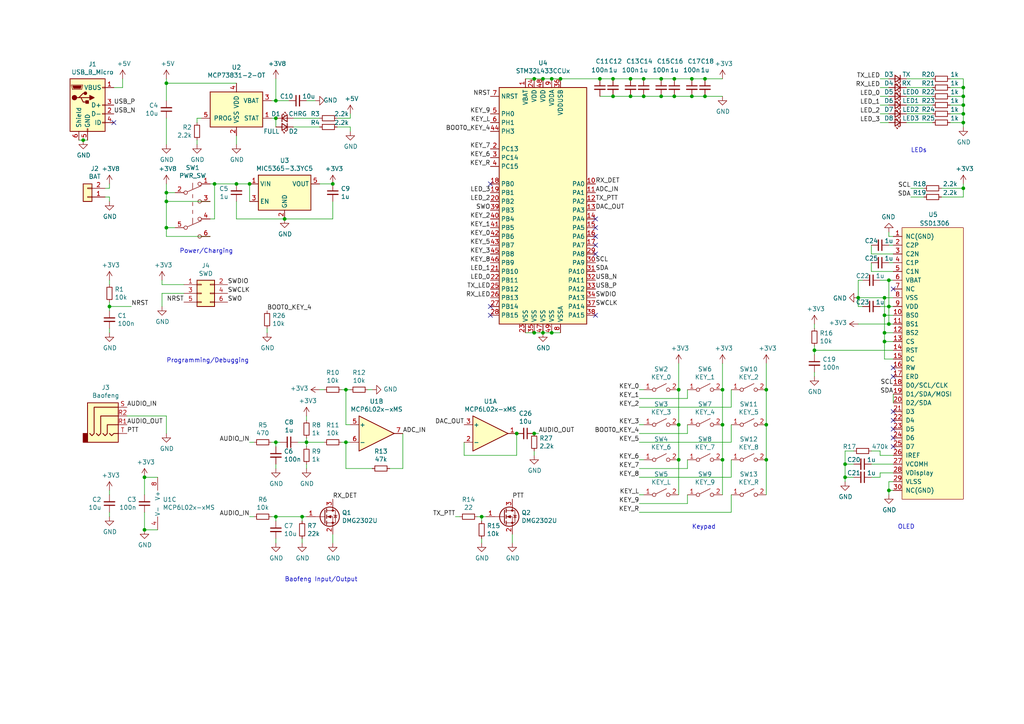
<source format=kicad_sch>
(kicad_sch (version 20230121) (generator eeschema)
  (paper "A4")
  (junction (at 257.81 81.28))
  (junction (at 177.8 27.94))
  (junction (at 173.99 22.86))
  (junction (at 279.4 35.56))
  (junction (at 209.55 133.35))
  (junction (at 256.54 91.44))
  (junction (at 191.77 22.86))
  (junction (at 160.02 96.52))
  (junction (at 222.25 133.35))
  (junction (at 149.86 125.73))
  (junction (at 279.4 27.94))
  (junction (at 257.81 93.98))
  (junction (at 279.4 25.4))
  (junction (at 191.77 27.94))
  (junction (at 196.85 123.19))
  (junction (at 139.7 149.86))
  (junction (at 186.69 22.86))
  (junction (at 154.94 22.86))
  (junction (at 236.22 101.6))
  (junction (at 245.11 134.62))
  (junction (at 279.4 33.02))
  (junction (at 222.25 123.19))
  (junction (at 279.4 54.61))
  (junction (at 80.01 149.86))
  (junction (at 257.81 88.9))
  (junction (at 256.54 99.06))
  (junction (at 204.47 27.94))
  (junction (at 177.8 22.86))
  (junction (at 80.01 29.21))
  (junction (at 279.4 30.48))
  (junction (at 82.55 63.5))
  (junction (at 80.01 34.29))
  (junction (at 100.33 113.03))
  (junction (at 257.81 142.24))
  (junction (at 48.26 24.13))
  (junction (at 100.33 128.27))
  (junction (at 200.66 27.94))
  (junction (at 196.85 113.03))
  (junction (at 72.39 53.34))
  (junction (at 245.11 138.43))
  (junction (at 88.9 128.27))
  (junction (at 154.94 96.52))
  (junction (at 162.56 22.86))
  (junction (at 182.88 27.94))
  (junction (at 157.48 22.86))
  (junction (at 68.58 53.34))
  (junction (at 182.88 22.86))
  (junction (at 209.55 123.19))
  (junction (at 204.47 22.86))
  (junction (at 62.23 53.34))
  (junction (at 256.54 96.52))
  (junction (at 209.55 113.03))
  (junction (at 80.01 128.27))
  (junction (at 24.13 40.64))
  (junction (at 96.52 53.34))
  (junction (at 195.58 22.86))
  (junction (at 157.48 96.52))
  (junction (at 248.92 86.36))
  (junction (at 195.58 27.94))
  (junction (at 87.63 149.86))
  (junction (at 31.75 88.9))
  (junction (at 48.26 66.04))
  (junction (at 222.25 113.03))
  (junction (at 48.26 55.88))
  (junction (at 41.91 153.67))
  (junction (at 196.85 133.35))
  (junction (at 41.91 138.43))
  (junction (at 160.02 22.86))
  (junction (at 154.94 125.73))
  (junction (at 256.54 86.36))
  (junction (at 200.66 22.86))
  (junction (at 186.69 27.94))
  (junction (at 48.26 58.42))
  (no_connect (at 259.08 106.68))
  (no_connect (at 142.24 53.34))
  (no_connect (at 259.08 129.54))
  (no_connect (at 172.72 71.12))
  (no_connect (at 259.08 109.22))
  (no_connect (at 172.72 91.44))
  (no_connect (at 259.08 121.92))
  (no_connect (at 259.08 119.38))
  (no_connect (at 172.72 63.5))
  (no_connect (at 259.08 127))
  (no_connect (at 172.72 68.58))
  (no_connect (at 33.02 35.56))
  (no_connect (at 259.08 83.82))
  (no_connect (at 259.08 124.46))
  (no_connect (at 142.24 91.44))
  (no_connect (at 142.24 88.9))
  (no_connect (at 172.72 73.66))
  (no_connect (at 172.72 66.04))
  (wire (pts (xy 38.1 88.9) (xy 31.75 88.9)))
  (wire (pts (xy 99.06 128.27) (xy 100.33 128.27)))
  (wire (pts (xy 78.74 34.29) (xy 80.01 34.29)))
  (wire (pts (xy 96.52 157.48) (xy 96.52 154.94)))
  (wire (pts (xy 31.75 143.51) (xy 31.75 142.24)))
  (wire (pts (xy 279.4 25.4) (xy 279.4 22.86)))
  (wire (pts (xy 259.08 81.28) (xy 257.81 81.28)))
  (wire (pts (xy 83.82 29.21) (xy 80.01 29.21)))
  (wire (pts (xy 259.08 114.3) (xy 259.08 116.84)))
  (wire (pts (xy 259.08 86.36) (xy 256.54 86.36)))
  (wire (pts (xy 100.33 128.27) (xy 101.6 128.27)))
  (wire (pts (xy 255.27 137.16) (xy 259.08 137.16)))
  (wire (pts (xy 31.75 82.55) (xy 31.75 81.28)))
  (wire (pts (xy 262.89 27.94) (xy 270.51 27.94)))
  (wire (pts (xy 212.09 118.11) (xy 212.09 113.03)))
  (wire (pts (xy 262.89 22.86) (xy 270.51 22.86)))
  (wire (pts (xy 116.84 135.89) (xy 116.84 125.73)))
  (wire (pts (xy 78.74 128.27) (xy 80.01 128.27)))
  (wire (pts (xy 72.39 149.86) (xy 73.66 149.86)))
  (wire (pts (xy 191.77 27.94) (xy 195.58 27.94)))
  (wire (pts (xy 222.25 133.35) (xy 222.25 143.51)))
  (wire (pts (xy 186.69 22.86) (xy 191.77 22.86)))
  (wire (pts (xy 154.94 96.52) (xy 157.48 96.52)))
  (wire (pts (xy 196.85 105.41) (xy 196.85 113.03)))
  (wire (pts (xy 68.58 24.13) (xy 48.26 24.13)))
  (wire (pts (xy 259.08 142.24) (xy 257.81 142.24)))
  (wire (pts (xy 185.42 118.11) (xy 212.09 118.11)))
  (wire (pts (xy 36.83 120.65) (xy 48.26 120.65)))
  (wire (pts (xy 196.85 133.35) (xy 196.85 143.51)))
  (wire (pts (xy 62.23 63.5) (xy 62.23 53.34)))
  (wire (pts (xy 30.48 54.61) (xy 31.75 54.61)))
  (wire (pts (xy 247.65 138.43) (xy 245.11 138.43)))
  (wire (pts (xy 257.81 139.7) (xy 259.08 139.7)))
  (wire (pts (xy 212.09 148.59) (xy 212.09 143.51)))
  (wire (pts (xy 162.56 22.86) (xy 173.99 22.86)))
  (wire (pts (xy 279.4 36.83) (xy 279.4 35.56)))
  (wire (pts (xy 60.96 63.5) (xy 62.23 63.5)))
  (wire (pts (xy 97.79 34.29) (xy 101.6 34.29)))
  (wire (pts (xy 255.27 33.02) (xy 257.81 33.02)))
  (wire (pts (xy 48.26 53.34) (xy 48.26 55.88)))
  (wire (pts (xy 275.59 30.48) (xy 279.4 30.48)))
  (wire (pts (xy 255.27 132.08) (xy 255.27 130.81)))
  (wire (pts (xy 257.81 88.9) (xy 257.81 93.98)))
  (wire (pts (xy 60.96 58.42) (xy 48.26 58.42)))
  (wire (pts (xy 209.55 123.19) (xy 209.55 133.35)))
  (wire (pts (xy 101.6 36.83) (xy 101.6 38.1)))
  (wire (pts (xy 222.25 113.03) (xy 222.25 123.19)))
  (wire (pts (xy 87.63 156.21) (xy 87.63 157.48)))
  (wire (pts (xy 154.94 22.86) (xy 157.48 22.86)))
  (wire (pts (xy 139.7 151.13) (xy 139.7 149.86)))
  (wire (pts (xy 48.26 22.86) (xy 48.26 24.13)))
  (wire (pts (xy 100.33 113.03) (xy 101.6 113.03)))
  (wire (pts (xy 182.88 27.94) (xy 186.69 27.94)))
  (wire (pts (xy 88.9 29.21) (xy 91.44 29.21)))
  (wire (pts (xy 173.99 22.86) (xy 177.8 22.86)))
  (wire (pts (xy 53.34 85.09) (xy 46.99 85.09)))
  (wire (pts (xy 248.92 93.98) (xy 257.81 93.98)))
  (wire (pts (xy 186.69 113.03) (xy 185.42 113.03)))
  (wire (pts (xy 270.51 30.48) (xy 262.89 30.48)))
  (wire (pts (xy 134.62 128.27) (xy 134.62 132.08)))
  (wire (pts (xy 101.6 123.19) (xy 100.33 123.19)))
  (wire (pts (xy 31.75 90.17) (xy 31.75 88.9)))
  (wire (pts (xy 68.58 63.5) (xy 82.55 63.5)))
  (wire (pts (xy 185.42 143.51) (xy 186.69 143.51)))
  (wire (pts (xy 88.9 128.27) (xy 88.9 129.54)))
  (wire (pts (xy 248.92 86.36) (xy 248.92 88.9)))
  (wire (pts (xy 222.25 105.41) (xy 222.25 113.03)))
  (wire (pts (xy 279.4 22.86) (xy 275.59 22.86)))
  (wire (pts (xy 196.85 123.19) (xy 196.85 133.35)))
  (wire (pts (xy 252.73 78.74) (xy 259.08 78.74)))
  (wire (pts (xy 101.6 34.29) (xy 101.6 33.02)))
  (wire (pts (xy 255.27 130.81) (xy 252.73 130.81)))
  (wire (pts (xy 57.15 34.29) (xy 58.42 34.29)))
  (wire (pts (xy 177.8 22.86) (xy 182.88 22.86)))
  (wire (pts (xy 185.42 133.35) (xy 186.69 133.35)))
  (wire (pts (xy 252.73 138.43) (xy 255.27 138.43)))
  (wire (pts (xy 185.42 146.05) (xy 199.39 146.05)))
  (wire (pts (xy 262.89 33.02) (xy 270.51 33.02)))
  (wire (pts (xy 157.48 22.86) (xy 160.02 22.86)))
  (wire (pts (xy 256.54 96.52) (xy 259.08 96.52)))
  (wire (pts (xy 157.48 96.52) (xy 160.02 96.52)))
  (wire (pts (xy 87.63 151.13) (xy 87.63 149.86)))
  (wire (pts (xy 96.52 53.34) (xy 92.71 53.34)))
  (wire (pts (xy 139.7 149.86) (xy 140.97 149.86)))
  (wire (pts (xy 50.8 55.88) (xy 48.26 55.88)))
  (wire (pts (xy 45.72 153.67) (xy 41.91 153.67)))
  (wire (pts (xy 195.58 22.86) (xy 200.66 22.86)))
  (wire (pts (xy 255.27 22.86) (xy 257.81 22.86)))
  (wire (pts (xy 31.75 54.61) (xy 31.75 53.34)))
  (wire (pts (xy 256.54 86.36) (xy 256.54 91.44)))
  (wire (pts (xy 279.4 30.48) (xy 279.4 27.94)))
  (wire (pts (xy 100.33 128.27) (xy 100.33 135.89)))
  (wire (pts (xy 252.73 73.66) (xy 259.08 73.66)))
  (wire (pts (xy 185.42 138.43) (xy 212.09 138.43)))
  (wire (pts (xy 257.81 68.58) (xy 259.08 68.58)))
  (wire (pts (xy 255.27 138.43) (xy 255.27 137.16)))
  (wire (pts (xy 68.58 39.37) (xy 68.58 41.91)))
  (wire (pts (xy 30.48 57.15) (xy 31.75 57.15)))
  (wire (pts (xy 113.03 135.89) (xy 116.84 135.89)))
  (wire (pts (xy 48.26 58.42) (xy 48.26 66.04)))
  (wire (pts (xy 257.81 88.9) (xy 255.27 88.9)))
  (wire (pts (xy 99.06 113.03) (xy 100.33 113.03)))
  (wire (pts (xy 72.39 58.42) (xy 72.39 53.34)))
  (wire (pts (xy 80.01 135.89) (xy 80.01 134.62)))
  (wire (pts (xy 160.02 96.52) (xy 162.56 96.52)))
  (wire (pts (xy 182.88 22.86) (xy 186.69 22.86)))
  (wire (pts (xy 279.4 54.61) (xy 279.4 53.34)))
  (wire (pts (xy 152.4 22.86) (xy 154.94 22.86)))
  (wire (pts (xy 199.39 115.57) (xy 199.39 113.03)))
  (wire (pts (xy 212.09 138.43) (xy 212.09 133.35)))
  (wire (pts (xy 199.39 135.89) (xy 199.39 133.35)))
  (wire (pts (xy 80.01 151.13) (xy 80.01 149.86)))
  (wire (pts (xy 275.59 25.4) (xy 279.4 25.4)))
  (wire (pts (xy 257.81 71.12) (xy 259.08 71.12)))
  (wire (pts (xy 96.52 63.5) (xy 96.52 58.42)))
  (wire (pts (xy 100.33 135.89) (xy 107.95 135.89)))
  (wire (pts (xy 245.11 134.62) (xy 245.11 130.81)))
  (wire (pts (xy 252.73 71.12) (xy 252.73 73.66)))
  (wire (pts (xy 80.01 156.21) (xy 80.01 157.48)))
  (wire (pts (xy 148.59 154.94) (xy 148.59 157.48)))
  (wire (pts (xy 85.09 36.83) (xy 92.71 36.83)))
  (wire (pts (xy 279.4 33.02) (xy 279.4 30.48)))
  (wire (pts (xy 200.66 27.94) (xy 204.47 27.94)))
  (wire (pts (xy 245.11 139.7) (xy 245.11 138.43)))
  (wire (pts (xy 57.15 40.64) (xy 57.15 41.91)))
  (wire (pts (xy 209.55 113.03) (xy 209.55 123.19)))
  (wire (pts (xy 31.75 88.9) (xy 31.75 87.63)))
  (wire (pts (xy 68.58 58.42) (xy 68.58 63.5)))
  (wire (pts (xy 257.81 93.98) (xy 259.08 93.98)))
  (wire (pts (xy 255.27 27.94) (xy 257.81 27.94)))
  (wire (pts (xy 236.22 100.33) (xy 236.22 101.6)))
  (wire (pts (xy 48.26 66.04) (xy 48.26 68.58)))
  (wire (pts (xy 31.75 57.15) (xy 31.75 58.42)))
  (wire (pts (xy 156.21 125.73) (xy 154.94 125.73)))
  (wire (pts (xy 259.08 91.44) (xy 256.54 91.44)))
  (wire (pts (xy 185.42 125.73) (xy 199.39 125.73)))
  (wire (pts (xy 275.59 33.02) (xy 279.4 33.02)))
  (wire (pts (xy 48.26 24.13) (xy 48.26 29.21)))
  (wire (pts (xy 80.01 22.86) (xy 80.01 29.21)))
  (wire (pts (xy 279.4 57.15) (xy 279.4 54.61)))
  (wire (pts (xy 247.65 134.62) (xy 245.11 134.62)))
  (wire (pts (xy 257.81 143.51) (xy 257.81 142.24)))
  (wire (pts (xy 199.39 146.05) (xy 199.39 143.51)))
  (wire (pts (xy 48.26 68.58) (xy 60.96 68.58)))
  (wire (pts (xy 259.08 88.9) (xy 257.81 88.9)))
  (wire (pts (xy 46.99 85.09) (xy 46.99 88.9)))
  (wire (pts (xy 60.96 53.34) (xy 62.23 53.34)))
  (wire (pts (xy 196.85 113.03) (xy 196.85 123.19)))
  (wire (pts (xy 200.66 22.86) (xy 204.47 22.86)))
  (wire (pts (xy 80.01 34.29) (xy 80.01 36.83)))
  (wire (pts (xy 149.86 132.08) (xy 149.86 125.73)))
  (wire (pts (xy 256.54 99.06) (xy 259.08 99.06)))
  (wire (pts (xy 257.81 30.48) (xy 255.27 30.48)))
  (wire (pts (xy 185.42 135.89) (xy 199.39 135.89)))
  (wire (pts (xy 22.86 40.64) (xy 24.13 40.64)))
  (wire (pts (xy 256.54 104.14) (xy 259.08 104.14)))
  (wire (pts (xy 31.75 95.25) (xy 31.75 96.52)))
  (wire (pts (xy 256.54 91.44) (xy 256.54 96.52)))
  (wire (pts (xy 264.16 57.15) (xy 267.97 57.15)))
  (wire (pts (xy 275.59 27.94) (xy 279.4 27.94)))
  (wire (pts (xy 252.73 76.2) (xy 252.73 78.74)))
  (wire (pts (xy 222.25 123.19) (xy 222.25 133.35)))
  (wire (pts (xy 257.81 35.56) (xy 255.27 35.56)))
  (wire (pts (xy 252.73 134.62) (xy 259.08 134.62)))
  (wire (pts (xy 177.8 27.94) (xy 182.88 27.94)))
  (wire (pts (xy 248.92 88.9) (xy 250.19 88.9)))
  (wire (pts (xy 257.81 81.28) (xy 255.27 81.28)))
  (wire (pts (xy 80.01 129.54) (xy 80.01 128.27)))
  (wire (pts (xy 31.75 148.59) (xy 31.75 149.86)))
  (wire (pts (xy 273.05 54.61) (xy 279.4 54.61)))
  (wire (pts (xy 264.16 54.61) (xy 267.97 54.61)))
  (wire (pts (xy 62.23 53.34) (xy 68.58 53.34)))
  (wire (pts (xy 257.81 76.2) (xy 259.08 76.2)))
  (wire (pts (xy 100.33 123.19) (xy 100.33 113.03)))
  (wire (pts (xy 85.09 34.29) (xy 92.71 34.29)))
  (wire (pts (xy 257.81 81.28) (xy 257.81 88.9)))
  (wire (pts (xy 250.19 81.28) (xy 248.92 81.28)))
  (wire (pts (xy 93.98 128.27) (xy 88.9 128.27)))
  (wire (pts (xy 256.54 99.06) (xy 256.54 104.14)))
  (wire (pts (xy 185.42 115.57) (xy 199.39 115.57)))
  (wire (pts (xy 97.79 36.83) (xy 101.6 36.83)))
  (wire (pts (xy 209.55 22.86) (xy 204.47 22.86)))
  (wire (pts (xy 209.55 133.35) (xy 209.55 143.51)))
  (wire (pts (xy 92.71 113.03) (xy 93.98 113.03)))
  (wire (pts (xy 275.59 35.56) (xy 279.4 35.56)))
  (wire (pts (xy 185.42 123.19) (xy 186.69 123.19)))
  (wire (pts (xy 82.55 63.5) (xy 96.52 63.5)))
  (wire (pts (xy 236.22 101.6) (xy 236.22 102.87)))
  (wire (pts (xy 134.62 132.08) (xy 149.86 132.08)))
  (wire (pts (xy 46.99 82.55) (xy 53.34 82.55)))
  (wire (pts (xy 48.26 120.65) (xy 48.26 125.73)))
  (wire (pts (xy 259.08 101.6) (xy 236.22 101.6)))
  (wire (pts (xy 270.51 35.56) (xy 262.89 35.56)))
  (wire (pts (xy 186.69 27.94) (xy 191.77 27.94)))
  (wire (pts (xy 236.22 95.25) (xy 236.22 93.98)))
  (wire (pts (xy 195.58 27.94) (xy 200.66 27.94)))
  (wire (pts (xy 185.42 148.59) (xy 212.09 148.59)))
  (wire (pts (xy 68.58 53.34) (xy 72.39 53.34)))
  (wire (pts (xy 245.11 130.81) (xy 247.65 130.81)))
  (wire (pts (xy 209.55 105.41) (xy 209.55 113.03)))
  (wire (pts (xy 279.4 35.56) (xy 279.4 33.02)))
  (wire (pts (xy 257.81 67.31) (xy 257.81 68.58)))
  (wire (pts (xy 270.51 25.4) (xy 262.89 25.4)))
  (wire (pts (xy 173.99 27.94) (xy 177.8 27.94)))
  (wire (pts (xy 80.01 149.86) (xy 87.63 149.86)))
  (wire (pts (xy 80.01 29.21) (xy 78.74 29.21)))
  (wire (pts (xy 236.22 107.95) (xy 236.22 109.22)))
  (wire (pts (xy 273.05 57.15) (xy 279.4 57.15)))
  (wire (pts (xy 256.54 96.52) (xy 256.54 99.06)))
  (wire (pts (xy 106.68 113.03) (xy 107.95 113.03)))
  (wire (pts (xy 87.63 149.86) (xy 88.9 149.86)))
  (wire (pts (xy 152.4 96.52) (xy 154.94 96.52)))
  (wire (pts (xy 154.94 132.08) (xy 154.94 130.81)))
  (wire (pts (xy 48.26 34.29) (xy 48.26 41.91)))
  (wire (pts (xy 248.92 81.28) (xy 248.92 86.36)))
  (wire (pts (xy 88.9 134.62) (xy 88.9 135.89)))
  (wire (pts (xy 185.42 128.27) (xy 212.09 128.27)))
  (wire (pts (xy 88.9 128.27) (xy 88.9 127)))
  (wire (pts (xy 257.81 25.4) (xy 255.27 25.4)))
  (wire (pts (xy 279.4 27.94) (xy 279.4 25.4)))
  (wire (pts (xy 41.91 148.59) (xy 41.91 153.67)))
  (wire (pts (xy 86.36 128.27) (xy 88.9 128.27)))
  (wire (pts (xy 72.39 128.27) (xy 73.66 128.27)))
  (wire (pts (xy 33.02 25.4) (xy 35.56 25.4)))
  (wire (pts (xy 257.81 142.24) (xy 257.81 139.7)))
  (wire (pts (xy 77.47 96.52) (xy 77.47 95.25)))
  (wire (pts (xy 204.47 27.94) (xy 209.55 27.94)))
  (wire (pts (xy 191.77 22.86) (xy 195.58 22.86)))
  (wire (pts (xy 259.08 132.08) (xy 255.27 132.08)))
  (wire (pts (xy 138.43 149.86) (xy 139.7 149.86)))
  (wire (pts (xy 48.26 55.88) (xy 48.26 58.42)))
  (wire (pts (xy 80.01 128.27) (xy 81.28 128.27)))
  (wire (pts (xy 57.15 35.56) (xy 57.15 34.29)))
  (wire (pts (xy 245.11 138.43) (xy 245.11 134.62)))
  (wire (pts (xy 199.39 125.73) (xy 199.39 123.19)))
  (wire (pts (xy 132.08 149.86) (xy 133.35 149.86)))
  (wire (pts (xy 88.9 121.92) (xy 88.9 120.65)))
  (wire (pts (xy 41.91 138.43) (xy 41.91 143.51)))
  (wire (pts (xy 46.99 81.28) (xy 46.99 82.55)))
  (wire (pts (xy 24.13 40.64) (xy 25.4 40.64)))
  (wire (pts (xy 160.02 22.86) (xy 162.56 22.86)))
  (wire (pts (xy 50.8 66.04) (xy 48.26 66.04)))
  (wire (pts (xy 35.56 25.4) (xy 35.56 22.86)))
  (wire (pts (xy 212.09 128.27) (xy 212.09 123.19)))
  (wire (pts (xy 139.7 156.21) (xy 139.7 157.48)))
  (wire (pts (xy 256.54 86.36) (xy 248.92 86.36)))
  (wire (pts (xy 78.74 149.86) (xy 80.01 149.86)))
  (wire (pts (xy 45.72 138.43) (xy 41.91 138.43)))
  (text "LEDs" (at 264.16 44.45 0) (effects (font (size 1.27 1.27)) (justify left bottom)))
  (text "OLED" (at 260.35 153.67 0) (effects (font (size 1.27 1.27)) (justify left bottom)))
  (text "Baofeng Input/Output\n" (at 82.55 168.91 0) (effects (font (size 1.27 1.27)) (justify left bottom)))
  (text "Power/Charging" (at 52.07 73.66 0) (effects (font (size 1.27 1.27)) (justify left bottom)))
  (text "Keypad" (at 200.66 153.67 0) (effects (font (size 1.27 1.27)) (justify left bottom)))
  (text "Programming/Debugging" (at 48.26 105.41 0) (effects (font (size 1.27 1.27)) (justify left bottom)))
  (label "KEY_9" (at 185.42 146.05 180))
  (label "LED_1" (at 142.24 78.74 180))
  (label "RX_DET" (at 96.52 144.78 0))
  (label "SWDIO" (at 172.72 86.36 0))
  (label "KEY_1" (at 185.42 115.57 180))
  (label "SCL" (at 172.72 76.2 0))
  (label "KEY_9" (at 142.24 33.02 180))
  (label "RX_DET" (at 172.72 53.34 0))
  (label "KEY_5" (at 142.24 71.12 180))
  (label "LED_2" (at 255.27 33.02 180))
  (label "NRST" (at 53.34 87.63 180))
  (label "KEY_6" (at 185.42 133.35 180))
  (label "SWCLK" (at 66.04 85.09 0))
  (label "NRST" (at 38.1 88.9 0))
  (label "SWO" (at 66.04 87.63 0))
  (label "KEY_R" (at 185.42 148.59 180))
  (label "TX_PTT" (at 172.72 58.42 0))
  (label "KEY_0" (at 142.24 68.58 180))
  (label "AUDIO_OUT" (at 156.21 125.73 0))
  (label "KEY_7" (at 185.42 135.89 180))
  (label "KEY_1" (at 142.24 66.04 180))
  (label "KEY_3" (at 185.42 123.19 180))
  (label "TX_LED" (at 255.27 22.86 180))
  (label "TX_LED" (at 142.24 83.82 180))
  (label "USB_P" (at 33.02 30.48 0))
  (label "TX_PTT" (at 132.08 149.86 180))
  (label "ADC_IN" (at 172.72 55.88 0))
  (label "LED_0" (at 255.27 27.94 180))
  (label "LED_3" (at 142.24 55.88 180))
  (label "SDA" (at 259.08 114.3 180))
  (label "BOOT0_KEY_4" (at 142.24 38.1 180))
  (label "USB_N" (at 33.02 33.02 0))
  (label "KEY_R" (at 142.24 48.26 180))
  (label "PTT" (at 36.83 125.73 0))
  (label "LED_0" (at 142.24 81.28 180))
  (label "SDA" (at 264.16 57.15 180))
  (label "LED_2" (at 142.24 58.42 180))
  (label "SWDIO" (at 66.04 82.55 0))
  (label "KEY_L" (at 142.24 35.56 180))
  (label "NRST" (at 142.24 27.94 180))
  (label "KEY_2" (at 185.42 118.11 180))
  (label "PTT" (at 148.59 144.78 0))
  (label "SDA" (at 172.72 78.74 0))
  (label "BOOT0_KEY_4" (at 185.42 125.73 180))
  (label "KEY_3" (at 142.24 73.66 180))
  (label "SCL" (at 264.16 54.61 180))
  (label "KEY_8" (at 142.24 76.2 180))
  (label "KEY_0" (at 185.42 113.03 180))
  (label "AUDIO_OUT" (at 36.83 123.19 0))
  (label "BOOT0_KEY_4" (at 77.47 90.17 0))
  (label "KEY_8" (at 185.42 138.43 180))
  (label "KEY_5" (at 185.42 128.27 180))
  (label "KEY_2" (at 142.24 63.5 180))
  (label "DAC_OUT" (at 134.62 123.19 180))
  (label "SWCLK" (at 172.72 88.9 0))
  (label "AUDIO_IN" (at 72.39 149.86 180))
  (label "LED_1" (at 255.27 30.48 180))
  (label "USB_P" (at 172.72 83.82 0))
  (label "SWO" (at 142.24 60.96 180))
  (label "KEY_6" (at 142.24 45.72 180))
  (label "USB_N" (at 172.72 81.28 0))
  (label "AUDIO_IN" (at 36.83 118.11 0))
  (label "KEY_7" (at 142.24 43.18 180))
  (label "ADC_IN" (at 116.84 125.73 0))
  (label "RX_LED" (at 142.24 86.36 180))
  (label "LED_3" (at 255.27 35.56 180))
  (label "AUDIO_IN" (at 72.39 128.27 180))
  (label "KEY_L" (at 185.42 143.51 180))
  (label "SCL" (at 259.08 111.76 180))
  (label "RX_LED" (at 255.27 25.4 180))
  (label "DAC_OUT" (at 172.72 60.96 0))
  (symbol (lib_id "MCU_ST_STM32L4:STM32L433CCUx") (at 157.48 58.42 0) (unit 1)
    (property "Reference" "U4" (at 157.48 18.2626 0))
    (property "Value" "STM32L433CCUx" (at 157.48 20.574 0))
    (property "Footprint" "Package_DFN_QFN:QFN-48-1EP_7x7mm_P0.5mm_EP5.6x5.6mm" (effects hide))
    (property "Datasheet" "http://www.st.com/st-web-ui/static/active/en/resource/technical/document/datasheet/DM00257192.pdf" (effects hide))
  )
  (symbol (lib_id "Connector_Generic:Conn_01x02") (at 25.4 57.15 180) (unit 1)
    (property "Reference" "J2" (at 27.4828 48.895 0))
    (property "Value" "BAT" (at 27.4828 51.2064 0))
    (property "Footprint" "Connector_PinHeader_1.27mm:PinHeader_1x02_P1.27mm_Vertical" (effects hide))
  )
  (symbol (lib_id "Connector:USB_B_Micro") (at 25.4 30.48 0) (unit 1)
    (property "Reference" "J1" (at 26.8478 18.6182 0))
    (property "Value" "USB_B_Micro" (at 26.8478 20.9296 0))
    (property "Footprint" "LCSC:U254-051N-4BH83-F1B" (effects hide))
  )
  (symbol (lib_id "power:GND") (at 24.13 40.64 0) (unit 1)
    (property "Reference" "#PWR0101" (effects hide))
    (property "Value" "GND" (at 24.257 45.0342 0))
  )
  (symbol (lib_id "power:+5V") (at 35.56 22.86 0) (unit 1)
    (property "Reference" "#PWR0102" (effects hide))
    (property "Value" "+5V" (at 35.941 18.4658 0))
  )
  (symbol (lib_id "power:+3V8") (at 31.75 53.34 0) (unit 1)
    (property "Reference" "#PWR0103" (effects hide))
    (property "Value" "+3V8" (at 32.131 48.9458 0))
  )
  (symbol (lib_id "power:GND") (at 31.75 58.42 0) (unit 1)
    (property "Reference" "#PWR0104" (effects hide))
    (property "Value" "GND" (at 31.877 62.8142 0))
  )
  (symbol (lib_id "Regulator_Linear:MIC5365-3.3YC5") (at 82.55 55.88 0) (unit 1)
    (property "Reference" "U3" (at 82.55 46.5582 0))
    (property "Value" "MIC5365-3.3YC5" (at 82.55 48.8696 0))
    (property "Footprint" "Package_TO_SOT_SMD:SOT-353_SC-70-5" (effects hide))
    (property "Datasheet" "http://ww1.microchip.com/downloads/en/DeviceDoc/mic5365.pdf" (effects hide))
  )
  (symbol (lib_id "Switch:SW_Push_DPDT") (at 55.88 60.96 0) (unit 1)
    (property "Reference" "SW1" (at 55.88 48.641 0))
    (property "Value" "PWR_SW" (at 55.88 50.9524 0))
    (property "Footprint" "C&K:JS202011JAQN" (effects hide))
  )
  (symbol (lib_id "Device:C_Small") (at 96.52 55.88 0) (unit 1)
    (property "Reference" "C9" (at 98.8568 54.7116 0) (effects (justify left)))
    (property "Value" "1u" (at 98.8568 57.023 0) (effects (justify left)))
    (property "Footprint" "Capacitor_SMD:C_0603_1608Metric" (effects hide))
  )
  (symbol (lib_id "Device:C_Small") (at 68.58 55.88 0) (mirror x) (unit 1)
    (property "Reference" "C5" (at 66.2686 54.7116 0) (effects (justify right)))
    (property "Value" "1u" (at 66.2686 57.023 0) (effects (justify right)))
    (property "Footprint" "Capacitor_SMD:C_0603_1608Metric" (effects hide))
  )
  (symbol (lib_id "power:+3V8") (at 48.26 53.34 0) (unit 1)
    (property "Reference" "#PWR0105" (effects hide))
    (property "Value" "+3V8" (at 48.641 48.9458 0))
  )
  (symbol (lib_id "power:+3V3") (at 96.52 53.34 0) (unit 1)
    (property "Reference" "#PWR0106" (effects hide))
    (property "Value" "+3V3" (at 96.901 48.9458 0))
  )
  (symbol (lib_id "power:GND") (at 82.55 63.5 0) (unit 1)
    (property "Reference" "#PWR0107" (effects hide))
    (property "Value" "GND" (at 82.677 67.8942 0))
  )
  (symbol (lib_id "Battery_Management:MCP73831-2-OT") (at 68.58 31.75 0) (unit 1)
    (property "Reference" "U2" (at 68.58 19.5326 0))
    (property "Value" "MCP73831-2-OT" (at 68.58 21.844 0))
    (property "Footprint" "Package_TO_SOT_SMD:SOT-23-5" (effects hide))
    (property "Datasheet" "http://ww1.microchip.com/downloads/en/DeviceDoc/20001984g.pdf" (effects hide))
  )
  (symbol (lib_id "Device:C_Small") (at 48.26 31.75 0) (mirror x) (unit 1)
    (property "Reference" "C4" (at 45.9232 30.5816 0) (effects (justify right)))
    (property "Value" "10u" (at 45.9232 32.893 0) (effects (justify right)))
    (property "Footprint" "Capacitor_SMD:C_0603_1608Metric" (effects hide))
  )
  (symbol (lib_id "Device:C_Small") (at 86.36 29.21 90) (unit 1)
    (property "Reference" "C10" (at 85.09 27.94 90) (effects (justify left)))
    (property "Value" "10u" (at 91.44 27.94 90) (effects (justify left)))
    (property "Footprint" "Capacitor_SMD:C_0603_1608Metric" (effects hide))
  )
  (symbol (lib_id "Device:LED_Small") (at 82.55 34.29 0) (unit 1)
    (property "Reference" "D1" (at 80.01 33.02 0))
    (property "Value" "CHRG" (at 86.36 33.02 0))
    (property "Footprint" "LED_SMD:LED_0603_1608Metric" (effects hide))
  )
  (symbol (lib_id "Device:R_Small") (at 95.25 34.29 270) (unit 1)
    (property "Reference" "R3" (at 91.44 33.02 90))
    (property "Value" "2.2k" (at 99.06 33.02 90))
    (property "Footprint" "Resistor_SMD:R_0603_1608Metric" (effects hide))
  )
  (symbol (lib_id "Device:R_Small") (at 95.25 36.83 270) (unit 1)
    (property "Reference" "R4" (at 91.44 35.56 90))
    (property "Value" "2.2k" (at 99.06 35.56 90))
    (property "Footprint" "Resistor_SMD:R_0603_1608Metric" (effects hide))
  )
  (symbol (lib_id "Device:LED_Small") (at 82.55 36.83 180) (unit 1)
    (property "Reference" "D2" (at 85.09 38.1 0))
    (property "Value" "FULL" (at 78.74 38.1 0))
    (property "Footprint" "LED_SMD:LED_0603_1608Metric" (effects hide))
  )
  (symbol (lib_id "Device:C_Small") (at 152.4 125.73 270) (unit 1)
    (property "Reference" "C26" (at 152.4 119.9134 90))
    (property "Value" "10u" (at 152.4 122.2248 90))
    (property "Footprint" "Capacitor_SMD:C_0603_1608Metric" (effects hide))
  )
  (symbol (lib_id "Device:R_Small") (at 57.15 38.1 0) (mirror y) (unit 1)
    (property "Reference" "R2" (at 55.6514 36.9316 0) (effects (justify left)))
    (property "Value" "2.2k" (at 55.6514 39.243 0) (effects (justify left)))
    (property "Footprint" "Resistor_SMD:R_0603_1608Metric" (effects hide))
  )
  (symbol (lib_id "Device:R_Small") (at 154.94 128.27 0) (unit 1)
    (property "Reference" "R27" (at 156.4386 127.1016 0) (effects (justify left)))
    (property "Value" "2.2k" (at 156.4386 129.413 0) (effects (justify left)))
    (property "Footprint" "Resistor_SMD:R_0603_1608Metric" (effects hide))
  )
  (symbol (lib_id "power:+3V8") (at 80.01 22.86 0) (unit 1)
    (property "Reference" "#PWR0108" (effects hide))
    (property "Value" "+3V8" (at 80.391 18.4658 0))
  )
  (symbol (lib_id "power:+5V") (at 48.26 22.86 0) (unit 1)
    (property "Reference" "#PWR0109" (effects hide))
    (property "Value" "+5V" (at 48.641 18.4658 0))
  )
  (symbol (lib_id "power:+5V") (at 101.6 33.02 0) (unit 1)
    (property "Reference" "#PWR0111" (effects hide))
    (property "Value" "+5V" (at 101.981 28.6258 0))
  )
  (symbol (lib_id "power:GND") (at 57.15 41.91 0) (unit 1)
    (property "Reference" "#PWR0112" (effects hide))
    (property "Value" "GND" (at 57.277 46.3042 0))
  )
  (symbol (lib_id "power:GND") (at 101.6 38.1 0) (unit 1)
    (property "Reference" "#PWR0113" (effects hide))
    (property "Value" "GND" (at 101.727 42.4942 0))
  )
  (symbol (lib_id "power:GND") (at 154.94 132.08 0) (unit 1)
    (property "Reference" "#PWR02" (effects hide))
    (property "Value" "GND" (at 155.067 136.4742 0))
  )
  (symbol (lib_id "Device:C_Small") (at 173.99 25.4 0) (unit 1)
    (property "Reference" "C11" (at 172.72 17.78 0) (effects (justify left)))
    (property "Value" "100n" (at 171.45 20.32 0) (effects (justify left)))
    (property "Footprint" "Capacitor_SMD:C_0603_1608Metric" (effects hide))
  )
  (symbol (lib_id "Device:C_Small") (at 177.8 25.4 0) (unit 1)
    (property "Reference" "C12" (at 176.53 17.78 0) (effects (justify left)))
    (property "Value" "1u" (at 176.53 20.32 0) (effects (justify left)))
    (property "Footprint" "Capacitor_SMD:C_0603_1608Metric" (effects hide))
  )
  (symbol (lib_id "Device:C_Small") (at 182.88 25.4 0) (unit 1)
    (property "Reference" "C13" (at 181.61 17.78 0) (effects (justify left)))
    (property "Value" "100n" (at 180.34 20.32 0) (effects (justify left)))
    (property "Footprint" "Capacitor_SMD:C_0603_1608Metric" (effects hide))
  )
  (symbol (lib_id "Device:C_Small") (at 186.69 25.4 0) (unit 1)
    (property "Reference" "C14" (at 185.42 17.78 0) (effects (justify left)))
    (property "Value" "1u" (at 185.42 20.32 0) (effects (justify left)))
    (property "Footprint" "Capacitor_SMD:C_0603_1608Metric" (effects hide))
  )
  (symbol (lib_id "Device:C_Small") (at 191.77 25.4 0) (unit 1)
    (property "Reference" "C15" (at 190.5 17.78 0) (effects (justify left)))
    (property "Value" "100n" (at 189.23 20.32 0) (effects (justify left)))
    (property "Footprint" "Capacitor_SMD:C_0603_1608Metric" (effects hide))
  )
  (symbol (lib_id "Device:C_Small") (at 195.58 25.4 0) (unit 1)
    (property "Reference" "C16" (at 194.31 17.78 0) (effects (justify left)))
    (property "Value" "1u" (at 194.31 20.32 0) (effects (justify left)))
    (property "Footprint" "Capacitor_SMD:C_0603_1608Metric" (effects hide))
  )
  (symbol (lib_id "Device:C_Small") (at 200.66 25.4 0) (unit 1)
    (property "Reference" "C17" (at 199.39 17.78 0) (effects (justify left)))
    (property "Value" "100n" (at 198.12 20.32 0) (effects (justify left)))
    (property "Footprint" "Capacitor_SMD:C_0603_1608Metric" (effects hide))
  )
  (symbol (lib_id "Device:C_Small") (at 204.47 25.4 0) (unit 1)
    (property "Reference" "C18" (at 203.2 17.78 0) (effects (justify left)))
    (property "Value" "1u" (at 203.2 20.32 0) (effects (justify left)))
    (property "Footprint" "Capacitor_SMD:C_0603_1608Metric" (effects hide))
  )
  (symbol (lib_id "power:+3V3") (at 209.55 22.86 0) (unit 1)
    (property "Reference" "#PWR0114" (effects hide))
    (property "Value" "+3V3" (at 209.931 18.4658 0))
  )
  (symbol (lib_id "power:GND") (at 209.55 27.94 0) (unit 1)
    (property "Reference" "#PWR0115" (effects hide))
    (property "Value" "GND" (at 209.677 32.3342 0))
  )
  (symbol (lib_id "power:GND") (at 157.48 96.52 0) (unit 1)
    (property "Reference" "#PWR0116" (effects hide))
    (property "Value" "GND" (at 157.607 100.9142 0))
  )
  (symbol (lib_id "Device:R_Small") (at 31.75 85.09 0) (unit 1)
    (property "Reference" "R1" (at 33.2486 83.9216 0) (effects (justify left)))
    (property "Value" "10k" (at 33.2486 86.233 0) (effects (justify left)))
    (property "Footprint" "Resistor_SMD:R_0603_1608Metric" (effects hide))
  )
  (symbol (lib_id "Device:C_Small") (at 31.75 92.71 0) (unit 1)
    (property "Reference" "C1" (at 34.0868 91.5416 0) (effects (justify left)))
    (property "Value" "100n" (at 34.0868 93.853 0) (effects (justify left)))
    (property "Footprint" "Capacitor_SMD:C_0603_1608Metric" (effects hide))
  )
  (symbol (lib_id "power:+3V3") (at 31.75 81.28 0) (unit 1)
    (property "Reference" "#PWR0135" (effects hide))
    (property "Value" "+3V3" (at 32.131 76.8858 0))
  )
  (symbol (lib_id "power:GND") (at 31.75 96.52 0) (unit 1)
    (property "Reference" "#PWR0134" (effects hide))
    (property "Value" "GND" (at 31.877 100.9142 0))
  )
  (symbol (lib_id "Connector_Generic:Conn_02x03_Odd_Even") (at 58.42 85.09 0) (unit 1)
    (property "Reference" "J4" (at 59.69 77.0382 0))
    (property "Value" "SWD" (at 59.69 79.3496 0))
    (property "Footprint" "Connector:Tag-Connect_TC2030-IDC-NL_2x03_P1.27mm_Vertical" (effects hide))
  )
  (symbol (lib_id "power:+3V3") (at 46.99 81.28 0) (unit 1)
    (property "Reference" "#PWR0133" (effects hide))
    (property "Value" "+3V3" (at 47.371 76.8858 0))
  )
  (symbol (lib_id "power:GND") (at 46.99 88.9 0) (unit 1)
    (property "Reference" "#PWR0132" (effects hide))
    (property "Value" "GND" (at 47.117 93.2942 0))
  )
  (symbol (lib_id "Connector:AudioJack4") (at 31.75 120.65 0) (unit 1)
    (property "Reference" "J3" (at 30.6578 112.395 0))
    (property "Value" "Baofeng" (at 30.6578 114.7064 0))
    (property "Footprint" "Connector_Audio:Jack_3.5mm_PJ320D_Horizontal" (effects hide))
  )
  (symbol (lib_id "power:GND") (at 48.26 125.73 0) (unit 1)
    (property "Reference" "#PWR0117" (effects hide))
    (property "Value" "GND" (at 48.387 130.1242 0))
  )
  (symbol (lib_id "Device:C_Small") (at 31.75 146.05 0) (mirror x) (unit 1)
    (property "Reference" "C2" (at 29.4132 144.8816 0) (effects (justify right)))
    (property "Value" "10u" (at 29.4132 147.193 0) (effects (justify right)))
    (property "Footprint" "Capacitor_SMD:C_0603_1608Metric" (effects hide))
  )
  (symbol (lib_id "power:+3V3") (at 31.75 142.24 0) (unit 1)
    (property "Reference" "#PWR0119" (effects hide))
    (property "Value" "+3V3" (at 32.131 137.8458 0))
  )
  (symbol (lib_id "power:GND") (at 31.75 149.86 0) (unit 1)
    (property "Reference" "#PWR0118" (effects hide))
    (property "Value" "GND" (at 31.877 154.2542 0))
  )
  (symbol (lib_id "Amplifier_Operational:MCP6L02x-xMS") (at 142.24 125.73 0) (unit 1)
    (property "Reference" "U1" (at 142.24 116.4082 0))
    (property "Value" "MCP6L02x-xMS" (at 142.24 118.7196 0))
    (property "Footprint" "Package_SO:MSOP-8_3x3mm_P0.65mm" (effects hide))
    (property "Datasheet" "http://ww1.microchip.com/downloads/en/devicedoc/22140b.pdf" (effects hide))
  )
  (symbol (lib_id "Amplifier_Operational:MCP6L02x-xMS") (at 109.22 125.73 0) (unit 2)
    (property "Reference" "U1" (at 109.22 116.4082 0))
    (property "Value" "MCP6L02x-xMS" (at 109.22 118.7196 0))
    (property "Footprint" "Package_SO:MSOP-8_3x3mm_P0.65mm" (effects hide))
    (property "Datasheet" "http://ww1.microchip.com/downloads/en/devicedoc/22140b.pdf" (effects hide))
  )
  (symbol (lib_id "Amplifier_Operational:MCP6L02x-xMS") (at 45.72 146.05 0) (unit 3)
    (property "Reference" "U1" (at 47.1932 144.8816 0) (effects (justify left)))
    (property "Value" "MCP6L02x-xMS" (at 47.1932 147.193 0) (effects (justify left)))
    (property "Footprint" "Package_SO:MSOP-8_3x3mm_P0.65mm" (effects hide))
    (property "Datasheet" "http://ww1.microchip.com/downloads/en/devicedoc/22140b.pdf" (effects hide))
  )
  (symbol (lib_id "Device:C_Small") (at 41.91 146.05 0) (mirror x) (unit 1)
    (property "Reference" "C3" (at 39.5732 144.8816 0) (effects (justify right)))
    (property "Value" "100n" (at 39.5732 147.193 0) (effects (justify right)))
    (property "Footprint" "Capacitor_SMD:C_0603_1608Metric" (effects hide))
  )
  (symbol (lib_id "power:+3V3") (at 41.91 138.43 0) (unit 1)
    (property "Reference" "#PWR0120" (effects hide))
    (property "Value" "+3V3" (at 42.291 134.0358 0))
  )
  (symbol (lib_id "power:GND") (at 41.91 153.67 0) (unit 1)
    (property "Reference" "#PWR0121" (effects hide))
    (property "Value" "GND" (at 42.037 158.0642 0))
  )
  (symbol (lib_id "Device:R_Small") (at 76.2 128.27 270) (unit 1)
    (property "Reference" "R5" (at 76.2 123.2916 90))
    (property "Value" "470" (at 76.2 125.603 90))
    (property "Footprint" "Resistor_SMD:R_0603_1608Metric" (effects hide))
  )
  (symbol (lib_id "Device:C_Small") (at 80.01 132.08 0) (unit 1)
    (property "Reference" "C6" (at 82.3468 130.9116 0) (effects (justify left)))
    (property "Value" "100n" (at 82.3468 133.223 0) (effects (justify left)))
    (property "Footprint" "Capacitor_SMD:C_0603_1608Metric" (effects hide))
  )
  (symbol (lib_id "Device:C_Small") (at 83.82 128.27 270) (unit 1)
    (property "Reference" "C8" (at 83.82 122.4534 90))
    (property "Value" "1u" (at 83.82 124.7648 90))
    (property "Footprint" "Capacitor_SMD:C_0603_1608Metric" (effects hide))
  )
  (symbol (lib_id "Device:R_Small") (at 88.9 132.08 0) (unit 1)
    (property "Reference" "R9" (at 90.3986 130.9116 0) (effects (justify left)))
    (property "Value" "1k" (at 90.3986 133.223 0) (effects (justify left)))
    (property "Footprint" "Resistor_SMD:R_0603_1608Metric" (effects hide))
  )
  (symbol (lib_id "Device:R_Small") (at 88.9 124.46 0) (unit 1)
    (property "Reference" "R8" (at 90.3986 123.2916 0) (effects (justify left)))
    (property "Value" "1k" (at 90.3986 125.603 0) (effects (justify left)))
    (property "Footprint" "Resistor_SMD:R_0603_1608Metric" (effects hide))
  )
  (symbol (lib_id "power:+3V3") (at 88.9 120.65 0) (unit 1)
    (property "Reference" "#PWR0123" (effects hide))
    (property "Value" "+3V3" (at 89.281 116.2558 0))
  )
  (symbol (lib_id "power:GND") (at 88.9 135.89 0) (unit 1)
    (property "Reference" "#PWR0122" (effects hide))
    (property "Value" "GND" (at 89.027 140.2842 0))
  )
  (symbol (lib_id "power:GND") (at 107.95 113.03 90) (unit 1)
    (property "Reference" "#PWR0126" (effects hide))
    (property "Value" "GND" (at 111.2012 112.903 90) (effects (justify right)))
  )
  (symbol (lib_id "power:+3V3") (at 92.71 113.03 90) (unit 1)
    (property "Reference" "#PWR0125" (effects hide))
    (property "Value" "+3V3" (at 89.4588 112.649 90) (effects (justify left)))
  )
  (symbol (lib_id "Device:R_Small") (at 96.52 113.03 270) (unit 1)
    (property "Reference" "R10" (at 96.52 108.0516 90))
    (property "Value" "10k" (at 96.52 110.363 90))
    (property "Footprint" "Resistor_SMD:R_0603_1608Metric" (effects hide))
  )
  (symbol (lib_id "Device:R_Small") (at 104.14 113.03 270) (unit 1)
    (property "Reference" "R12" (at 104.14 108.0516 90))
    (property "Value" "10k" (at 104.14 110.363 90))
    (property "Footprint" "Resistor_SMD:R_0603_1608Metric" (effects hide))
  )
  (symbol (lib_id "power:GND") (at 80.01 135.89 0) (unit 1)
    (property "Reference" "#PWR0124" (effects hide))
    (property "Value" "GND" (at 80.137 140.2842 0))
  )
  (symbol (lib_id "Device:R_Small") (at 96.52 128.27 270) (unit 1)
    (property "Reference" "R11" (at 96.52 123.2916 90))
    (property "Value" "10k" (at 96.52 125.603 90))
    (property "Footprint" "Resistor_SMD:R_0603_1608Metric" (effects hide))
  )
  (symbol (lib_id "Device:R_Small") (at 110.49 135.89 270) (unit 1)
    (property "Reference" "R13" (at 110.49 130.9116 90))
    (property "Value" "47k" (at 110.49 133.223 90))
    (property "Footprint" "Resistor_SMD:R_0603_1608Metric" (effects hide))
  )
  (symbol (lib_id "Transistor_FET:DMG2302U") (at 93.98 149.86 0) (unit 1)
    (property "Reference" "Q1" (at 99.1616 148.6916 0) (effects (justify left)))
    (property "Value" "DMG2302U" (at 99.1616 151.003 0) (effects (justify left)))
    (property "Footprint" "Package_TO_SOT_SMD:SOT-23" (effects hide))
    (property "Datasheet" "http://www.diodes.com/assets/Datasheets/DMG2302U.pdf" (effects hide))
  )
  (symbol (lib_id "Device:R_Small") (at 76.2 149.86 270) (unit 1)
    (property "Reference" "R6" (at 76.2 144.8816 90))
    (property "Value" "10k" (at 76.2 147.193 90))
    (property "Footprint" "Resistor_SMD:R_0603_1608Metric" (effects hide))
  )
  (symbol (lib_id "Device:C_Small") (at 80.01 153.67 0) (unit 1)
    (property "Reference" "C7" (at 82.3468 152.5016 0) (effects (justify left)))
    (property "Value" "10u" (at 82.3468 154.813 0) (effects (justify left)))
    (property "Footprint" "Capacitor_SMD:C_0603_1608Metric" (effects hide))
  )
  (symbol (lib_id "Device:R_Small") (at 87.63 153.67 0) (unit 1)
    (property "Reference" "R7" (at 89.1286 152.5016 0) (effects (justify left)))
    (property "Value" "22k" (at 89.1286 154.813 0) (effects (justify left)))
    (property "Footprint" "Resistor_SMD:R_0603_1608Metric" (effects hide))
  )
  (symbol (lib_id "power:GND") (at 80.01 157.48 0) (unit 1)
    (property "Reference" "#PWR0127" (effects hide))
    (property "Value" "GND" (at 80.137 161.8742 0))
  )
  (symbol (lib_id "power:GND") (at 87.63 157.48 0) (unit 1)
    (property "Reference" "#PWR0128" (effects hide))
    (property "Value" "GND" (at 87.757 161.8742 0))
  )
  (symbol (lib_id "power:GND") (at 96.52 157.48 0) (unit 1)
    (property "Reference" "#PWR0129" (effects hide))
    (property "Value" "GND" (at 96.647 161.8742 0))
  )
  (symbol (lib_id "power:GND") (at 68.58 41.91 0) (unit 1)
    (property "Reference" "#PWR0110" (effects hide))
    (property "Value" "GND" (at 68.707 46.3042 0))
  )
  (symbol (lib_id "power:GND") (at 48.26 41.91 0) (unit 1)
    (property "Reference" "#PWR0148" (effects hide))
    (property "Value" "GND" (at 48.387 46.3042 0))
  )
  (symbol (lib_id "Transistor_FET:DMG2302U") (at 146.05 149.86 0) (unit 1)
    (property "Reference" "Q2" (at 151.2316 148.6916 0) (effects (justify left)))
    (property "Value" "DMG2302U" (at 151.2316 151.003 0) (effects (justify left)))
    (property "Footprint" "Package_TO_SOT_SMD:SOT-23" (effects hide))
    (property "Datasheet" "http://www.diodes.com/assets/Datasheets/DMG2302U.pdf" (effects hide))
  )
  (symbol (lib_id "Device:R_Small") (at 139.7 153.67 0) (unit 1)
    (property "Reference" "R15" (at 141.1986 152.5016 0) (effects (justify left)))
    (property "Value" "10k" (at 141.1986 154.813 0) (effects (justify left)))
    (property "Footprint" "Resistor_SMD:R_0603_1608Metric" (effects hide))
  )
  (symbol (lib_id "Device:R_Small") (at 135.89 149.86 270) (unit 1)
    (property "Reference" "R14" (at 135.89 144.8816 90))
    (property "Value" "22" (at 135.89 147.193 90))
    (property "Footprint" "Resistor_SMD:R_0603_1608Metric" (effects hide))
  )
  (symbol (lib_id "power:GND") (at 139.7 157.48 0) (unit 1)
    (property "Reference" "#PWR0130" (effects hide))
    (property "Value" "GND" (at 139.827 161.8742 0))
  )
  (symbol (lib_id "power:GND") (at 148.59 157.48 0) (unit 1)
    (property "Reference" "#PWR0131" (effects hide))
    (property "Value" "GND" (at 148.717 161.8742 0))
  )
  (symbol (lib_id "power:GND") (at 91.44 29.21 90) (unit 1)
    (property "Reference" "#PWR0149" (effects hide))
    (property "Value" "GND" (at 95.8342 29.083 90))
  )
  (symbol (lib_id "Device:LED_Small") (at 260.35 22.86 180) (unit 1)
    (property "Reference" "D3" (at 257.81 21.59 0))
    (property "Value" "TX" (at 262.89 21.59 0))
    (property "Footprint" "LED_SMD:LED_0603_1608Metric" (effects hide))
  )
  (symbol (lib_id "Device:LED_Small") (at 260.35 25.4 180) (unit 1)
    (property "Reference" "D4" (at 257.81 24.13 0))
    (property "Value" "RX" (at 262.89 24.13 0))
    (property "Footprint" "LED_SMD:LED_0603_1608Metric" (effects hide))
  )
  (symbol (lib_id "Device:LED_Small") (at 260.35 35.56 180) (unit 1)
    (property "Reference" "D8" (at 257.81 34.29 0))
    (property "Value" "LED3" (at 264.16 34.29 0))
    (property "Footprint" "LED_SMD:LED_0603_1608Metric" (effects hide))
  )
  (symbol (lib_id "Device:LED_Small") (at 260.35 33.02 180) (unit 1)
    (property "Reference" "D7" (at 257.81 31.75 0))
    (property "Value" "LED2" (at 264.16 31.75 0))
    (property "Footprint" "LED_SMD:LED_0603_1608Metric" (effects hide))
  )
  (symbol (lib_id "Device:LED_Small") (at 260.35 30.48 180) (unit 1)
    (property "Reference" "D6" (at 257.81 29.21 0))
    (property "Value" "LED1" (at 264.16 29.21 0))
    (property "Footprint" "LED_SMD:LED_0603_1608Metric" (effects hide))
  )
  (symbol (lib_id "Device:LED_Small") (at 260.35 27.94 180) (unit 1)
    (property "Reference" "D5" (at 257.81 26.67 0))
    (property "Value" "LED0" (at 264.16 26.67 0))
    (property "Footprint" "LED_SMD:LED_0603_1608Metric" (effects hide))
  )
  (symbol (lib_id "Device:R_Small") (at 273.05 35.56 270) (unit 1)
    (property "Reference" "R25" (at 269.24 34.29 90))
    (property "Value" "1k" (at 276.86 34.29 90))
    (property "Footprint" "Resistor_SMD:R_0603_1608Metric" (effects hide))
  )
  (symbol (lib_id "Device:R_Small") (at 273.05 33.02 270) (unit 1)
    (property "Reference" "R24" (at 269.24 31.75 90))
    (property "Value" "1k" (at 276.86 31.75 90))
    (property "Footprint" "Resistor_SMD:R_0603_1608Metric" (effects hide))
  )
  (symbol (lib_id "Device:R_Small") (at 273.05 30.48 270) (unit 1)
    (property "Reference" "R23" (at 269.24 29.21 90))
    (property "Value" "1k" (at 276.86 29.21 90))
    (property "Footprint" "Resistor_SMD:R_0603_1608Metric" (effects hide))
  )
  (symbol (lib_id "Device:R_Small") (at 273.05 27.94 270) (unit 1)
    (property "Reference" "R22" (at 269.24 26.67 90))
    (property "Value" "1k" (at 276.86 26.67 90))
    (property "Footprint" "Resistor_SMD:R_0603_1608Metric" (effects hide))
  )
  (symbol (lib_id "Device:R_Small") (at 273.05 25.4 270) (unit 1)
    (property "Reference" "R21" (at 269.24 24.13 90))
    (property "Value" "1k" (at 276.86 24.13 90))
    (property "Footprint" "Resistor_SMD:R_0603_1608Metric" (effects hide))
  )
  (symbol (lib_id "Device:R_Small") (at 273.05 22.86 270) (unit 1)
    (property "Reference" "R20" (at 269.24 21.59 90))
    (property "Value" "1k" (at 276.86 21.59 90))
    (property "Footprint" "Resistor_SMD:R_0603_1608Metric" (effects hide))
  )
  (symbol (lib_id "power:GND") (at 279.4 36.83 0) (unit 1)
    (property "Reference" "#PWR0136" (effects hide))
    (property "Value" "GND" (at 279.527 41.2242 0))
  )
  (symbol (lib_id "Device:R_Small") (at 270.51 54.61 270) (unit 1)
    (property "Reference" "R18" (at 266.7 53.34 90))
    (property "Value" "2.2k" (at 275.59 53.34 90))
    (property "Footprint" "Resistor_SMD:R_0603_1608Metric" (effects hide))
  )
  (symbol (lib_id "Device:R_Small") (at 270.51 57.15 270) (unit 1)
    (property "Reference" "R19" (at 266.7 55.88 90))
    (property "Value" "2.2k" (at 275.59 55.88 90))
    (property "Footprint" "Resistor_SMD:R_0603_1608Metric" (effects hide))
  )
  (symbol (lib_id "power:+3V3") (at 279.4 53.34 0) (unit 1)
    (property "Reference" "#PWR0137" (effects hide))
    (property "Value" "+3V3" (at 279.781 48.9458 0))
  )
  (symbol (lib_id "SSD1306:SSD1306") (at 270.51 105.41 0) (unit 1)
    (property "Reference" "U5" (at 269.24 62.23 0) (effects (justify left)))
    (property "Value" "SSD1306" (at 266.7 64.77 0) (effects (justify left)))
    (property "Footprint" "SSD1306:SSD1306" (effects hide))
  )
  (symbol (lib_id "power:GND") (at 257.81 67.31 180) (unit 1)
    (property "Reference" "#PWR0138" (effects hide))
    (property "Value" "GND" (at 257.683 62.9158 0))
  )
  (symbol (lib_id "power:GND") (at 257.81 143.51 0) (unit 1)
    (property "Reference" "#PWR0139" (effects hide))
    (property "Value" "GND" (at 257.937 147.9042 0))
  )
  (symbol (lib_id "Device:C_Small") (at 255.27 71.12 270) (unit 1)
    (property "Reference" "C24" (at 252.73 69.85 90))
    (property "Value" "1u" (at 257.81 69.85 90))
    (property "Footprint" "Capacitor_SMD:C_0603_1608Metric" (effects hide))
  )
  (symbol (lib_id "Device:C_Small") (at 255.27 76.2 270) (unit 1)
    (property "Reference" "C25" (at 252.73 74.93 90))
    (property "Value" "1u" (at 257.81 74.93 90))
    (property "Footprint" "Capacitor_SMD:C_0603_1608Metric" (effects hide))
  )
  (symbol (lib_id "Device:C_Small") (at 252.73 81.28 270) (unit 1)
    (property "Reference" "C22" (at 250.19 80.01 90))
    (property "Value" "1u" (at 255.27 80.01 90))
    (property "Footprint" "Capacitor_SMD:C_0603_1608Metric" (effects hide))
  )
  (symbol (lib_id "Device:C_Small") (at 252.73 88.9 270) (unit 1)
    (property "Reference" "C23" (at 250.19 87.63 90))
    (property "Value" "1u" (at 255.27 87.63 90))
    (property "Footprint" "Capacitor_SMD:C_0603_1608Metric" (effects hide))
  )
  (symbol (lib_id "power:+3V3") (at 248.92 93.98 90) (unit 1)
    (property "Reference" "#PWR0140" (effects hide))
    (property "Value" "+3V3" (at 245.6688 93.599 90) (effects (justify left)))
  )
  (symbol (lib_id "power:GND") (at 248.92 86.36 270) (unit 1)
    (property "Reference" "#PWR0141" (effects hide))
    (property "Value" "GND" (at 245.6688 86.487 90) (effects (justify right)))
  )
  (symbol (lib_id "power:GND") (at 236.22 109.22 0) (unit 1)
    (property "Reference" "#PWR0142" (effects hide))
    (property "Value" "GND" (at 236.347 113.6142 0))
  )
  (symbol (lib_id "power:+3V3") (at 236.22 93.98 0) (unit 1)
    (property "Reference" "#PWR0143" (effects hide))
    (property "Value" "+3V3" (at 236.601 89.5858 0))
  )
  (symbol (lib_id "Device:C_Small") (at 236.22 105.41 0) (unit 1)
    (property "Reference" "C19" (at 238.5568 104.2416 0) (effects (justify left)))
    (property "Value" "100n" (at 238.5568 106.553 0) (effects (justify left)))
    (property "Footprint" "Capacitor_SMD:C_0603_1608Metric" (effects hide))
  )
  (symbol (lib_id "Device:R_Small") (at 236.22 97.79 0) (unit 1)
    (property "Reference" "R16" (at 237.7186 96.6216 0) (effects (justify left)))
    (property "Value" "10k" (at 237.7186 98.933 0) (effects (justify left)))
    (property "Footprint" "Resistor_SMD:R_0603_1608Metric" (effects hide))
  )
  (symbol (lib_id "Device:C_Small") (at 250.19 134.62 270) (unit 1)
    (property "Reference" "C20" (at 247.65 133.35 90))
    (property "Value" "1u" (at 252.73 133.35 90))
    (property "Footprint" "Capacitor_SMD:C_0603_1608Metric" (effects hide))
  )
  (symbol (lib_id "Device:C_Small") (at 250.19 138.43 270) (unit 1)
    (property "Reference" "C21" (at 247.65 137.16 90))
    (property "Value" "1u" (at 252.73 137.16 90))
    (property "Footprint" "Capacitor_SMD:C_0603_1608Metric" (effects hide))
  )
  (symbol (lib_id "Device:R_Small") (at 250.19 130.81 270) (unit 1)
    (property "Reference" "R17" (at 246.38 129.54 90))
    (property "Value" "470k" (at 255.27 129.54 90))
    (property "Footprint" "Resistor_SMD:R_0603_1608Metric" (effects hide))
  )
  (symbol (lib_id "power:GND") (at 245.11 139.7 0) (unit 1)
    (property "Reference" "#PWR0144" (effects hide))
    (property "Value" "GND" (at 245.237 144.0942 0))
  )
  (symbol (lib_id "Switch:SW_SPST") (at 191.77 113.03 0) (unit 1)
    (property "Reference" "SW2" (at 191.77 107.061 0))
    (property "Value" "KEY_0" (at 191.77 109.3724 0))
    (property "Footprint" "Button_Switch_SMD:SW_SPST_SKQG_WithoutStem" (effects hide))
  )
  (symbol (lib_id "Switch:SW_SPST") (at 204.47 113.03 0) (unit 1)
    (property "Reference" "SW6" (at 204.47 107.061 0))
    (property "Value" "KEY_1" (at 204.47 109.3724 0))
    (property "Footprint" "Button_Switch_SMD:SW_SPST_SKQG_WithoutStem" (effects hide))
  )
  (symbol (lib_id "Switch:SW_SPST") (at 217.17 113.03 0) (unit 1)
    (property "Reference" "SW10" (at 217.17 107.061 0))
    (property "Value" "KEY_2" (at 217.17 109.3724 0))
    (property "Footprint" "Button_Switch_SMD:SW_SPST_SKQG_WithoutStem" (effects hide))
  )
  (symbol (lib_id "Switch:SW_SPST") (at 191.77 123.19 0) (unit 1)
    (property "Reference" "SW3" (at 191.77 117.221 0))
    (property "Value" "KEY_3" (at 191.77 119.5324 0))
    (property "Footprint" "Button_Switch_SMD:SW_SPST_SKQG_WithoutStem" (effects hide))
  )
  (symbol (lib_id "Switch:SW_SPST") (at 204.47 123.19 0) (unit 1)
    (property "Reference" "SW7" (at 204.47 117.221 0))
    (property "Value" "KEY_4" (at 204.47 119.5324 0))
    (property "Footprint" "Button_Switch_SMD:SW_SPST_SKQG_WithoutStem" (effects hide))
  )
  (symbol (lib_id "Switch:SW_SPST") (at 217.17 123.19 0) (unit 1)
    (property "Reference" "SW11" (at 217.17 117.221 0))
    (property "Value" "KEY_5" (at 217.17 119.5324 0))
    (property "Footprint" "Button_Switch_SMD:SW_SPST_SKQG_WithoutStem" (effects hide))
  )
  (symbol (lib_id "Switch:SW_SPST") (at 191.77 133.35 0) (unit 1)
    (property "Reference" "SW4" (at 191.77 127.381 0))
    (property "Value" "KEY_6" (at 191.77 129.6924 0))
    (property "Footprint" "Button_Switch_SMD:SW_SPST_SKQG_WithoutStem" (effects hide))
  )
  (symbol (lib_id "Switch:SW_SPST") (at 204.47 133.35 0) (unit 1)
    (property "Reference" "SW8" (at 204.47 127.381 0))
    (property "Value" "KEY_7" (at 204.47 129.6924 0))
    (property "Footprint" "Button_Switch_SMD:SW_SPST_SKQG_WithoutStem" (effects hide))
  )
  (symbol (lib_id "Switch:SW_SPST") (at 217.17 133.35 0) (unit 1)
    (property "Reference" "SW12" (at 217.17 127.381 0))
    (property "Value" "KEY_8" (at 217.17 129.6924 0))
    (property "Footprint" "Button_Switch_SMD:SW_SPST_SKQG_WithoutStem" (effects hide))
  )
  (symbol (lib_id "Switch:SW_SPST") (at 191.77 143.51 0) (unit 1)
    (property "Reference" "SW5" (at 191.77 137.541 0))
    (property "Value" "KEY_L" (at 191.77 139.8524 0))
    (property "Footprint" "Button_Switch_SMD:SW_SPST_SKQG_WithoutStem" (effects hide))
  )
  (symbol (lib_id "Switch:SW_SPST") (at 204.47 143.51 0) (unit 1)
    (property "Reference" "SW9" (at 204.47 137.541 0))
    (property "Value" "KEY_9" (at 204.47 139.8524 0))
    (property "Footprint" "Button_Switch_SMD:SW_SPST_SKQG_WithoutStem" (effects hide))
  )
  (symbol (lib_id "Switch:SW_SPST") (at 217.17 143.51 0) (unit 1)
    (property "Reference" "SW13" (at 217.17 137.541 0))
    (property "Value" "KEY_R" (at 217.17 139.8524 0))
    (property "Footprint" "Button_Switch_SMD:SW_SPST_SKQG_WithoutStem" (effects hide))
  )
  (symbol (lib_id "power:+3V3") (at 222.25 105.41 0) (unit 1)
    (property "Reference" "#PWR0145" (effects hide))
    (property "Value" "+3V3" (at 222.631 101.0158 0))
  )
  (symbol (lib_id "power:+3V3") (at 209.55 105.41 0) (unit 1)
    (property "Reference" "#PWR0146" (effects hide))
    (property "Value" "+3V3" (at 209.931 101.0158 0))
  )
  (symbol (lib_id "power:+3V3") (at 196.85 105.41 0) (unit 1)
    (property "Reference" "#PWR0147" (effects hide))
    (property "Value" "+3V3" (at 197.231 101.0158 0))
  )
  (symbol (lib_id "Device:R_Small") (at 77.47 92.71 0) (unit 1)
    (property "Reference" "R26" (at 78.9686 91.5416 0) (effects (justify left)))
    (property "Value" "10k" (at 78.9686 93.853 0) (effects (justify left)))
    (property "Footprint" "Resistor_SMD:R_0603_1608Metric" (effects hide))
  )
  (symbol (lib_id "power:GND") (at 77.47 96.52 0) (unit 1)
    (property "Reference" "#PWR01" (effects hide))
    (property "Value" "GND" (at 77.597 100.9142 0))
  )
)
</source>
